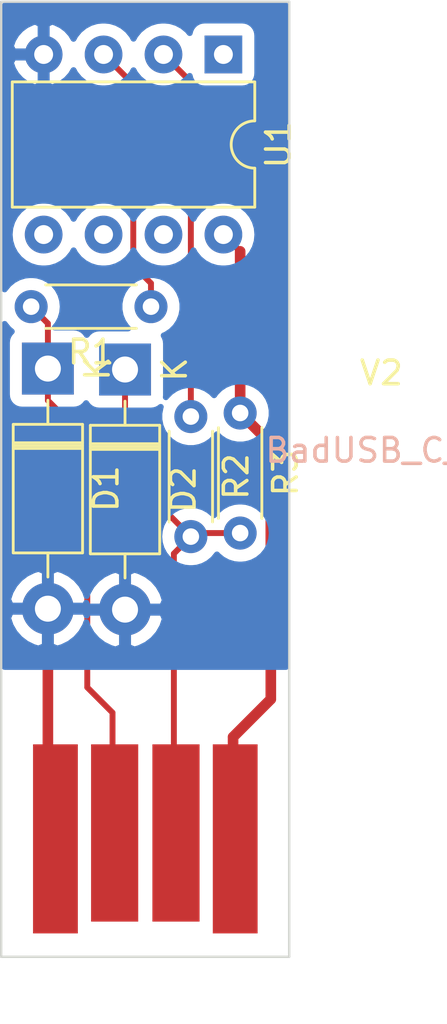
<source format=kicad_pcb>
(kicad_pcb (version 20171130) (host pcbnew 5.1.2-1.fc30)

  (general
    (thickness 1.6)
    (drawings 9)
    (tracks 28)
    (zones 0)
    (modules 7)
    (nets 7)
  )

  (page A4)
  (layers
    (0 F.Cu signal)
    (31 B.Cu signal)
    (32 B.Adhes user hide)
    (33 F.Adhes user hide)
    (34 B.Paste user hide)
    (35 F.Paste user hide)
    (36 B.SilkS user hide)
    (37 F.SilkS user hide)
    (38 B.Mask user hide)
    (39 F.Mask user hide)
    (40 Dwgs.User user)
    (41 Cmts.User user)
    (42 Eco1.User user)
    (43 Eco2.User user)
    (44 Edge.Cuts user)
    (45 Margin user)
    (46 B.CrtYd user)
    (47 F.CrtYd user)
    (48 B.Fab user)
    (49 F.Fab user hide)
  )

  (setup
    (last_trace_width 0.25)
    (trace_clearance 0.2)
    (zone_clearance 0.508)
    (zone_45_only no)
    (trace_min 0.2)
    (via_size 0.8)
    (via_drill 0.4)
    (via_min_size 0.4)
    (via_min_drill 0.3)
    (uvia_size 0.3)
    (uvia_drill 0.1)
    (uvias_allowed no)
    (uvia_min_size 0.2)
    (uvia_min_drill 0.1)
    (edge_width 0.05)
    (segment_width 0.2)
    (pcb_text_width 0.3)
    (pcb_text_size 1.5 1.5)
    (mod_edge_width 0.12)
    (mod_text_size 1 1)
    (mod_text_width 0.15)
    (pad_size 1.524 1.524)
    (pad_drill 0.762)
    (pad_to_mask_clearance 0.051)
    (solder_mask_min_width 0.25)
    (aux_axis_origin 0 0)
    (visible_elements 7FFFFFFF)
    (pcbplotparams
      (layerselection 0x010fc_ffffffff)
      (usegerberextensions true)
      (usegerberattributes false)
      (usegerberadvancedattributes false)
      (creategerberjobfile true)
      (excludeedgelayer true)
      (linewidth 0.100000)
      (plotframeref false)
      (viasonmask false)
      (mode 1)
      (useauxorigin false)
      (hpglpennumber 1)
      (hpglpenspeed 20)
      (hpglpendiameter 15.000000)
      (psnegative false)
      (psa4output false)
      (plotreference true)
      (plotvalue true)
      (plotinvisibletext false)
      (padsonsilk false)
      (subtractmaskfromsilk false)
      (outputformat 1)
      (mirror false)
      (drillshape 0)
      (scaleselection 1)
      (outputdirectory ""))
  )

  (net 0 "")
  (net 1 +D)
  (net 2 -D)
  (net 3 GND)
  (net 4 +V)
  (net 5 "Net-(R1-Pad1)")
  (net 6 "Net-(R2-Pad1)")

  (net_class Default "Esta es la clase de red por defecto."
    (clearance 0.2)
    (trace_width 0.25)
    (via_dia 0.8)
    (via_drill 0.4)
    (uvia_dia 0.3)
    (uvia_drill 0.1)
    (add_net +D)
    (add_net +V)
    (add_net -D)
    (add_net GND)
    (add_net "Net-(D2-Pad2)")
    (add_net "Net-(R1-Pad1)")
    (add_net "Net-(R2-Pad1)")
    (add_net "Net-(U1-Pad1)")
    (add_net "Net-(U1-Pad5)")
    (add_net "Net-(U1-Pad6)")
    (add_net "Net-(U1-Pad7)")
  )

  (module rev_usb:usb-PCB (layer F.Cu) (tedit 542BB0AF) (tstamp 5CF6EAD0)
    (at 82.32 70.64)
    (path /5CF6A0EE)
    (attr virtual)
    (fp_text reference J1 (at 0.13 -7.85) (layer F.SilkS) hide
      (effects (font (size 1.5 1.5) (thickness 0.15)))
    )
    (fp_text value USB_A (at 0.29 -10.13) (layer F.SilkS) hide
      (effects (font (size 1.5 1.5) (thickness 0.15)))
    )
    (fp_line (start -6.03 0) (end -6.03 -12) (layer Dwgs.User) (width 0.15))
    (fp_line (start 6.03 0) (end -6.03 0) (layer Dwgs.User) (width 0.15))
    (fp_line (start 6.03 0) (end 6.03 -12) (layer Dwgs.User) (width 0.15))
    (pad 2 connect rect (at 1.3 -5.15) (size 2 7.5) (layers F.Cu F.Mask)
      (net 2 -D))
    (pad 3 connect rect (at -1.3 -5.15) (size 2 7.5) (layers F.Cu F.Mask)
      (net 1 +D))
    (pad 4 connect rect (at -3.81 -4.9) (size 1.9 8) (layers F.Cu F.Mask)
      (net 3 GND))
    (pad 1 connect rect (at 3.81 -4.9) (size 1.9 8) (layers F.Cu F.Mask)
      (net 4 +V))
  )

  (module Resistor_THT:R_Axial_DIN0204_L3.6mm_D1.6mm_P5.08mm_Horizontal (layer F.Cu) (tedit 5AE5139B) (tstamp 5CF71289)
    (at 82.56 43.22 180)
    (descr "Resistor, Axial_DIN0204 series, Axial, Horizontal, pin pitch=5.08mm, 0.167W, length*diameter=3.6*1.6mm^2, http://cdn-reichelt.de/documents/datenblatt/B400/1_4W%23YAG.pdf")
    (tags "Resistor Axial_DIN0204 series Axial Horizontal pin pitch 5.08mm 0.167W length 3.6mm diameter 1.6mm")
    (path /5CF65D1A)
    (fp_text reference R1 (at 2.54 -1.92) (layer F.SilkS)
      (effects (font (size 1 1) (thickness 0.15)))
    )
    (fp_text value 68R (at 2.54 1.92) (layer F.Fab)
      (effects (font (size 1 1) (thickness 0.15)))
    )
    (fp_text user %R (at 2.54 0) (layer F.Fab)
      (effects (font (size 0.72 0.72) (thickness 0.108)))
    )
    (fp_line (start 6.03 -1.05) (end -0.95 -1.05) (layer F.CrtYd) (width 0.05))
    (fp_line (start 6.03 1.05) (end 6.03 -1.05) (layer F.CrtYd) (width 0.05))
    (fp_line (start -0.95 1.05) (end 6.03 1.05) (layer F.CrtYd) (width 0.05))
    (fp_line (start -0.95 -1.05) (end -0.95 1.05) (layer F.CrtYd) (width 0.05))
    (fp_line (start 0.62 0.92) (end 4.46 0.92) (layer F.SilkS) (width 0.12))
    (fp_line (start 0.62 -0.92) (end 4.46 -0.92) (layer F.SilkS) (width 0.12))
    (fp_line (start 5.08 0) (end 4.34 0) (layer F.Fab) (width 0.1))
    (fp_line (start 0 0) (end 0.74 0) (layer F.Fab) (width 0.1))
    (fp_line (start 4.34 -0.8) (end 0.74 -0.8) (layer F.Fab) (width 0.1))
    (fp_line (start 4.34 0.8) (end 4.34 -0.8) (layer F.Fab) (width 0.1))
    (fp_line (start 0.74 0.8) (end 4.34 0.8) (layer F.Fab) (width 0.1))
    (fp_line (start 0.74 -0.8) (end 0.74 0.8) (layer F.Fab) (width 0.1))
    (pad 2 thru_hole oval (at 5.08 0 180) (size 1.4 1.4) (drill 0.7) (layers *.Cu *.Mask)
      (net 1 +D))
    (pad 1 thru_hole circle (at 0 0 180) (size 1.4 1.4) (drill 0.7) (layers *.Cu *.Mask)
      (net 5 "Net-(R1-Pad1)"))
    (model ${KISYS3DMOD}/Resistor_THT.3dshapes/R_Axial_DIN0204_L3.6mm_D1.6mm_P5.08mm_Horizontal.wrl
      (at (xyz 0 0 0))
      (scale (xyz 1 1 1))
      (rotate (xyz 0 0 0))
    )
  )

  (module Resistor_THT:R_Axial_DIN0204_L3.6mm_D1.6mm_P5.08mm_Horizontal (layer F.Cu) (tedit 5AE5139B) (tstamp 5CF712B3)
    (at 84.25 47.87 270)
    (descr "Resistor, Axial_DIN0204 series, Axial, Horizontal, pin pitch=5.08mm, 0.167W, length*diameter=3.6*1.6mm^2, http://cdn-reichelt.de/documents/datenblatt/B400/1_4W%23YAG.pdf")
    (tags "Resistor Axial_DIN0204 series Axial Horizontal pin pitch 5.08mm 0.167W length 3.6mm diameter 1.6mm")
    (path /5CF668C7)
    (fp_text reference R2 (at 2.54 -1.92 270) (layer F.SilkS)
      (effects (font (size 1 1) (thickness 0.15)))
    )
    (fp_text value 68R (at 2.54 1.92 270) (layer F.Fab)
      (effects (font (size 1 1) (thickness 0.15)))
    )
    (fp_text user %R (at 2.54 0 270) (layer F.Fab)
      (effects (font (size 0.72 0.72) (thickness 0.108)))
    )
    (fp_line (start 6.03 -1.05) (end -0.95 -1.05) (layer F.CrtYd) (width 0.05))
    (fp_line (start 6.03 1.05) (end 6.03 -1.05) (layer F.CrtYd) (width 0.05))
    (fp_line (start -0.95 1.05) (end 6.03 1.05) (layer F.CrtYd) (width 0.05))
    (fp_line (start -0.95 -1.05) (end -0.95 1.05) (layer F.CrtYd) (width 0.05))
    (fp_line (start 0.62 0.92) (end 4.46 0.92) (layer F.SilkS) (width 0.12))
    (fp_line (start 0.62 -0.92) (end 4.46 -0.92) (layer F.SilkS) (width 0.12))
    (fp_line (start 5.08 0) (end 4.34 0) (layer F.Fab) (width 0.1))
    (fp_line (start 0 0) (end 0.74 0) (layer F.Fab) (width 0.1))
    (fp_line (start 4.34 -0.8) (end 0.74 -0.8) (layer F.Fab) (width 0.1))
    (fp_line (start 4.34 0.8) (end 4.34 -0.8) (layer F.Fab) (width 0.1))
    (fp_line (start 0.74 0.8) (end 4.34 0.8) (layer F.Fab) (width 0.1))
    (fp_line (start 0.74 -0.8) (end 0.74 0.8) (layer F.Fab) (width 0.1))
    (pad 2 thru_hole oval (at 5.08 0 270) (size 1.4 1.4) (drill 0.7) (layers *.Cu *.Mask)
      (net 2 -D))
    (pad 1 thru_hole circle (at 0 0 270) (size 1.4 1.4) (drill 0.7) (layers *.Cu *.Mask)
      (net 6 "Net-(R2-Pad1)"))
    (model ${KISYS3DMOD}/Resistor_THT.3dshapes/R_Axial_DIN0204_L3.6mm_D1.6mm_P5.08mm_Horizontal.wrl
      (at (xyz 0 0 0))
      (scale (xyz 1 1 1))
      (rotate (xyz 0 0 0))
    )
  )

  (module Resistor_THT:R_Axial_DIN0204_L3.6mm_D1.6mm_P5.08mm_Horizontal (layer F.Cu) (tedit 5AE5139B) (tstamp 5CF712DD)
    (at 86.34 47.72 270)
    (descr "Resistor, Axial_DIN0204 series, Axial, Horizontal, pin pitch=5.08mm, 0.167W, length*diameter=3.6*1.6mm^2, http://cdn-reichelt.de/documents/datenblatt/B400/1_4W%23YAG.pdf")
    (tags "Resistor Axial_DIN0204 series Axial Horizontal pin pitch 5.08mm 0.167W length 3.6mm diameter 1.6mm")
    (path /5CF6978E)
    (fp_text reference R3 (at 2.54 -1.92 270) (layer F.SilkS)
      (effects (font (size 1 1) (thickness 0.15)))
    )
    (fp_text value 1K5 (at 2.54 1.92 270) (layer F.Fab)
      (effects (font (size 1 1) (thickness 0.15)))
    )
    (fp_text user %R (at 2.54 0 270) (layer F.Fab)
      (effects (font (size 0.72 0.72) (thickness 0.108)))
    )
    (fp_line (start 6.03 -1.05) (end -0.95 -1.05) (layer F.CrtYd) (width 0.05))
    (fp_line (start 6.03 1.05) (end 6.03 -1.05) (layer F.CrtYd) (width 0.05))
    (fp_line (start -0.95 1.05) (end 6.03 1.05) (layer F.CrtYd) (width 0.05))
    (fp_line (start -0.95 -1.05) (end -0.95 1.05) (layer F.CrtYd) (width 0.05))
    (fp_line (start 0.62 0.92) (end 4.46 0.92) (layer F.SilkS) (width 0.12))
    (fp_line (start 0.62 -0.92) (end 4.46 -0.92) (layer F.SilkS) (width 0.12))
    (fp_line (start 5.08 0) (end 4.34 0) (layer F.Fab) (width 0.1))
    (fp_line (start 0 0) (end 0.74 0) (layer F.Fab) (width 0.1))
    (fp_line (start 4.34 -0.8) (end 0.74 -0.8) (layer F.Fab) (width 0.1))
    (fp_line (start 4.34 0.8) (end 4.34 -0.8) (layer F.Fab) (width 0.1))
    (fp_line (start 0.74 0.8) (end 4.34 0.8) (layer F.Fab) (width 0.1))
    (fp_line (start 0.74 -0.8) (end 0.74 0.8) (layer F.Fab) (width 0.1))
    (pad 2 thru_hole oval (at 5.08 0 270) (size 1.4 1.4) (drill 0.7) (layers *.Cu *.Mask)
      (net 2 -D))
    (pad 1 thru_hole circle (at 0 0 270) (size 1.4 1.4) (drill 0.7) (layers *.Cu *.Mask)
      (net 4 +V))
    (model ${KISYS3DMOD}/Resistor_THT.3dshapes/R_Axial_DIN0204_L3.6mm_D1.6mm_P5.08mm_Horizontal.wrl
      (at (xyz 0 0 0))
      (scale (xyz 1 1 1))
      (rotate (xyz 0 0 0))
    )
  )

  (module Diode_THT:D_DO-41_SOD81_P10.16mm_Horizontal (layer F.Cu) (tedit 5AE50CD5) (tstamp 5CF71388)
    (at 78.19 45.84 270)
    (descr "Diode, DO-41_SOD81 series, Axial, Horizontal, pin pitch=10.16mm, , length*diameter=5.2*2.7mm^2, , http://www.diodes.com/_files/packages/DO-41%20(Plastic).pdf")
    (tags "Diode DO-41_SOD81 series Axial Horizontal pin pitch 10.16mm  length 5.2mm diameter 2.7mm")
    (path /5D2D7F02)
    (fp_text reference D1 (at 5.08 -2.47 270) (layer F.SilkS)
      (effects (font (size 1 1) (thickness 0.15)))
    )
    (fp_text value 1N4729A (at 5.08 2.47 270) (layer F.Fab)
      (effects (font (size 1 1) (thickness 0.15)))
    )
    (fp_text user K (at 0 -2.1 270) (layer F.SilkS)
      (effects (font (size 1 1) (thickness 0.15)))
    )
    (fp_text user K (at 0 -2.1 270) (layer F.Fab)
      (effects (font (size 1 1) (thickness 0.15)))
    )
    (fp_text user %R (at 5.47 0 270) (layer F.Fab)
      (effects (font (size 1 1) (thickness 0.15)))
    )
    (fp_line (start 11.51 -1.6) (end -1.35 -1.6) (layer F.CrtYd) (width 0.05))
    (fp_line (start 11.51 1.6) (end 11.51 -1.6) (layer F.CrtYd) (width 0.05))
    (fp_line (start -1.35 1.6) (end 11.51 1.6) (layer F.CrtYd) (width 0.05))
    (fp_line (start -1.35 -1.6) (end -1.35 1.6) (layer F.CrtYd) (width 0.05))
    (fp_line (start 3.14 -1.47) (end 3.14 1.47) (layer F.SilkS) (width 0.12))
    (fp_line (start 3.38 -1.47) (end 3.38 1.47) (layer F.SilkS) (width 0.12))
    (fp_line (start 3.26 -1.47) (end 3.26 1.47) (layer F.SilkS) (width 0.12))
    (fp_line (start 8.82 0) (end 7.8 0) (layer F.SilkS) (width 0.12))
    (fp_line (start 1.34 0) (end 2.36 0) (layer F.SilkS) (width 0.12))
    (fp_line (start 7.8 -1.47) (end 2.36 -1.47) (layer F.SilkS) (width 0.12))
    (fp_line (start 7.8 1.47) (end 7.8 -1.47) (layer F.SilkS) (width 0.12))
    (fp_line (start 2.36 1.47) (end 7.8 1.47) (layer F.SilkS) (width 0.12))
    (fp_line (start 2.36 -1.47) (end 2.36 1.47) (layer F.SilkS) (width 0.12))
    (fp_line (start 3.16 -1.35) (end 3.16 1.35) (layer F.Fab) (width 0.1))
    (fp_line (start 3.36 -1.35) (end 3.36 1.35) (layer F.Fab) (width 0.1))
    (fp_line (start 3.26 -1.35) (end 3.26 1.35) (layer F.Fab) (width 0.1))
    (fp_line (start 10.16 0) (end 7.68 0) (layer F.Fab) (width 0.1))
    (fp_line (start 0 0) (end 2.48 0) (layer F.Fab) (width 0.1))
    (fp_line (start 7.68 -1.35) (end 2.48 -1.35) (layer F.Fab) (width 0.1))
    (fp_line (start 7.68 1.35) (end 7.68 -1.35) (layer F.Fab) (width 0.1))
    (fp_line (start 2.48 1.35) (end 7.68 1.35) (layer F.Fab) (width 0.1))
    (fp_line (start 2.48 -1.35) (end 2.48 1.35) (layer F.Fab) (width 0.1))
    (pad 2 thru_hole oval (at 10.16 0 270) (size 2.2 2.2) (drill 1.1) (layers *.Cu *.Mask)
      (net 3 GND))
    (pad 1 thru_hole rect (at 0 0 270) (size 2.2 2.2) (drill 1.1) (layers *.Cu *.Mask)
      (net 1 +D))
    (model ${KISYS3DMOD}/Diode_THT.3dshapes/D_DO-41_SOD81_P10.16mm_Horizontal.wrl
      (at (xyz 0 0 0))
      (scale (xyz 1 1 1))
      (rotate (xyz 0 0 0))
    )
  )

  (module Package_DIP:DIP-8_W7.62mm (layer F.Cu) (tedit 5A02E8C5) (tstamp 5CF713CC)
    (at 85.63 32.55 270)
    (descr "8-lead though-hole mounted DIP package, row spacing 7.62 mm (300 mils)")
    (tags "THT DIP DIL PDIP 2.54mm 7.62mm 300mil")
    (path /5CF64834)
    (fp_text reference U1 (at 3.81 -2.33 90) (layer F.SilkS)
      (effects (font (size 1 1) (thickness 0.15)))
    )
    (fp_text value ATtiny85V-10SU (at 3.81 9.95 90) (layer F.Fab)
      (effects (font (size 1 1) (thickness 0.15)))
    )
    (fp_text user %R (at 3.81 3.81 90) (layer F.Fab)
      (effects (font (size 1 1) (thickness 0.15)))
    )
    (fp_line (start 8.7 -1.55) (end -1.1 -1.55) (layer F.CrtYd) (width 0.05))
    (fp_line (start 8.7 9.15) (end 8.7 -1.55) (layer F.CrtYd) (width 0.05))
    (fp_line (start -1.1 9.15) (end 8.7 9.15) (layer F.CrtYd) (width 0.05))
    (fp_line (start -1.1 -1.55) (end -1.1 9.15) (layer F.CrtYd) (width 0.05))
    (fp_line (start 6.46 -1.33) (end 4.81 -1.33) (layer F.SilkS) (width 0.12))
    (fp_line (start 6.46 8.95) (end 6.46 -1.33) (layer F.SilkS) (width 0.12))
    (fp_line (start 1.16 8.95) (end 6.46 8.95) (layer F.SilkS) (width 0.12))
    (fp_line (start 1.16 -1.33) (end 1.16 8.95) (layer F.SilkS) (width 0.12))
    (fp_line (start 2.81 -1.33) (end 1.16 -1.33) (layer F.SilkS) (width 0.12))
    (fp_line (start 0.635 -0.27) (end 1.635 -1.27) (layer F.Fab) (width 0.1))
    (fp_line (start 0.635 8.89) (end 0.635 -0.27) (layer F.Fab) (width 0.1))
    (fp_line (start 6.985 8.89) (end 0.635 8.89) (layer F.Fab) (width 0.1))
    (fp_line (start 6.985 -1.27) (end 6.985 8.89) (layer F.Fab) (width 0.1))
    (fp_line (start 1.635 -1.27) (end 6.985 -1.27) (layer F.Fab) (width 0.1))
    (fp_arc (start 3.81 -1.33) (end 2.81 -1.33) (angle -180) (layer F.SilkS) (width 0.12))
    (pad 8 thru_hole oval (at 7.62 0 270) (size 1.6 1.6) (drill 0.8) (layers *.Cu *.Mask)
      (net 4 +V))
    (pad 4 thru_hole oval (at 0 7.62 270) (size 1.6 1.6) (drill 0.8) (layers *.Cu *.Mask)
      (net 3 GND))
    (pad 7 thru_hole oval (at 7.62 2.54 270) (size 1.6 1.6) (drill 0.8) (layers *.Cu *.Mask))
    (pad 3 thru_hole oval (at 0 5.08 270) (size 1.6 1.6) (drill 0.8) (layers *.Cu *.Mask)
      (net 5 "Net-(R1-Pad1)"))
    (pad 6 thru_hole oval (at 7.62 5.08 270) (size 1.6 1.6) (drill 0.8) (layers *.Cu *.Mask))
    (pad 2 thru_hole oval (at 0 2.54 270) (size 1.6 1.6) (drill 0.8) (layers *.Cu *.Mask)
      (net 6 "Net-(R2-Pad1)"))
    (pad 5 thru_hole oval (at 7.62 7.62 270) (size 1.6 1.6) (drill 0.8) (layers *.Cu *.Mask))
    (pad 1 thru_hole rect (at 0 0 270) (size 1.6 1.6) (drill 0.8) (layers *.Cu *.Mask))
    (model ${KISYS3DMOD}/Package_DIP.3dshapes/DIP-8_W7.62mm.wrl
      (at (xyz 0 0 0))
      (scale (xyz 1 1 1))
      (rotate (xyz 0 0 0))
    )
  )

  (module Diode_THT:D_DO-41_SOD81_P10.16mm_Horizontal (layer F.Cu) (tedit 5AE50CD5) (tstamp 5D2BA72B)
    (at 81.46 45.88 270)
    (descr "Diode, DO-41_SOD81 series, Axial, Horizontal, pin pitch=10.16mm, , length*diameter=5.2*2.7mm^2, , http://www.diodes.com/_files/packages/DO-41%20(Plastic).pdf")
    (tags "Diode DO-41_SOD81 series Axial Horizontal pin pitch 10.16mm  length 5.2mm diameter 2.7mm")
    (path /5D2D91D8)
    (fp_text reference D2 (at 5.08 -2.47 90) (layer F.SilkS)
      (effects (font (size 1 1) (thickness 0.15)))
    )
    (fp_text value 1N4729A (at 5.08 2.47 90) (layer F.Fab)
      (effects (font (size 1 1) (thickness 0.15)))
    )
    (fp_text user K (at 0 -2.1 90) (layer F.SilkS)
      (effects (font (size 1 1) (thickness 0.15)))
    )
    (fp_text user K (at 0 -2.1 90) (layer F.Fab)
      (effects (font (size 1 1) (thickness 0.15)))
    )
    (fp_text user %R (at 5.47 0 90) (layer F.Fab)
      (effects (font (size 1 1) (thickness 0.15)))
    )
    (fp_line (start 11.51 -1.6) (end -1.35 -1.6) (layer F.CrtYd) (width 0.05))
    (fp_line (start 11.51 1.6) (end 11.51 -1.6) (layer F.CrtYd) (width 0.05))
    (fp_line (start -1.35 1.6) (end 11.51 1.6) (layer F.CrtYd) (width 0.05))
    (fp_line (start -1.35 -1.6) (end -1.35 1.6) (layer F.CrtYd) (width 0.05))
    (fp_line (start 3.14 -1.47) (end 3.14 1.47) (layer F.SilkS) (width 0.12))
    (fp_line (start 3.38 -1.47) (end 3.38 1.47) (layer F.SilkS) (width 0.12))
    (fp_line (start 3.26 -1.47) (end 3.26 1.47) (layer F.SilkS) (width 0.12))
    (fp_line (start 8.82 0) (end 7.8 0) (layer F.SilkS) (width 0.12))
    (fp_line (start 1.34 0) (end 2.36 0) (layer F.SilkS) (width 0.12))
    (fp_line (start 7.8 -1.47) (end 2.36 -1.47) (layer F.SilkS) (width 0.12))
    (fp_line (start 7.8 1.47) (end 7.8 -1.47) (layer F.SilkS) (width 0.12))
    (fp_line (start 2.36 1.47) (end 7.8 1.47) (layer F.SilkS) (width 0.12))
    (fp_line (start 2.36 -1.47) (end 2.36 1.47) (layer F.SilkS) (width 0.12))
    (fp_line (start 3.16 -1.35) (end 3.16 1.35) (layer F.Fab) (width 0.1))
    (fp_line (start 3.36 -1.35) (end 3.36 1.35) (layer F.Fab) (width 0.1))
    (fp_line (start 3.26 -1.35) (end 3.26 1.35) (layer F.Fab) (width 0.1))
    (fp_line (start 10.16 0) (end 7.68 0) (layer F.Fab) (width 0.1))
    (fp_line (start 0 0) (end 2.48 0) (layer F.Fab) (width 0.1))
    (fp_line (start 7.68 -1.35) (end 2.48 -1.35) (layer F.Fab) (width 0.1))
    (fp_line (start 7.68 1.35) (end 7.68 -1.35) (layer F.Fab) (width 0.1))
    (fp_line (start 2.48 1.35) (end 7.68 1.35) (layer F.Fab) (width 0.1))
    (fp_line (start 2.48 -1.35) (end 2.48 1.35) (layer F.Fab) (width 0.1))
    (pad 2 thru_hole oval (at 10.16 0 270) (size 2.2 2.2) (drill 1.1) (layers *.Cu *.Mask)
      (net 3 GND))
    (pad 1 thru_hole rect (at 0 0 270) (size 2.2 2.2) (drill 1.1) (layers *.Cu *.Mask)
      (net 2 -D))
    (model ${KISYS3DMOD}/Diode_THT.3dshapes/D_DO-41_SOD81_P10.16mm_Horizontal.wrl
      (at (xyz 0 0 0))
      (scale (xyz 1 1 1))
      (rotate (xyz 0 0 0))
    )
  )

  (gr_line (start 88.42 70.73) (end 88.42 70.72) (layer Edge.Cuts) (width 0.1))
  (gr_line (start 76.21 70.73) (end 88.42 70.73) (layer Edge.Cuts) (width 0.1))
  (gr_line (start 76.21 30.32) (end 76.21 70.73) (layer Edge.Cuts) (width 0.1))
  (gr_line (start 88.42 30.32) (end 76.21 30.32) (layer Edge.Cuts) (width 0.1))
  (gr_line (start 88.42 70.72) (end 88.42 30.32) (layer Edge.Cuts) (width 0.1))
  (dimension 12.102032 (width 0.15) (layer B.Fab)
    (gr_text "12,102 mm" (at 82.349283 74.205991 0.1325631271) (layer B.Fab)
      (effects (font (size 1 1) (thickness 0.15)))
    )
    (feature1 (pts (xy 88.392 70.612) (xy 88.398632 73.478413)))
    (feature2 (pts (xy 76.29 70.64) (xy 76.296632 73.506413)))
    (crossbar (pts (xy 76.295275 72.919994) (xy 88.397275 72.891994)))
    (arrow1a (pts (xy 88.397275 72.891994) (xy 87.272131 73.48102)))
    (arrow1b (pts (xy 88.397275 72.891994) (xy 87.269417 72.308181)))
    (arrow2a (pts (xy 76.295275 72.919994) (xy 77.423133 73.503807)))
    (arrow2b (pts (xy 76.295275 72.919994) (xy 77.420419 72.330968)))
  )
  (dimension 40.287622 (width 0.15) (layer B.Fab)
    (gr_text "40,288 mm" (at 93.759824 50.464824 89.98912895) (layer B.Fab)
      (effects (font (size 1 1) (thickness 0.15)))
    )
    (feature1 (pts (xy 88.42 30.32) (xy 93.050067 30.320878)))
    (feature2 (pts (xy 88.412356 70.607621) (xy 93.042423 70.608499)))
    (crossbar (pts (xy 92.456002 70.608388) (xy 92.463646 30.320767)))
    (arrow1a (pts (xy 92.463646 30.320767) (xy 93.049853 31.447382)))
    (arrow1b (pts (xy 92.463646 30.320767) (xy 91.877012 31.447159)))
    (arrow2a (pts (xy 92.456002 70.608388) (xy 93.042636 69.481996)))
    (arrow2b (pts (xy 92.456002 70.608388) (xy 91.869795 69.481773)))
  )
  (gr_text BadUSB_C_v2 (at 92.44 49.3) (layer B.SilkS)
    (effects (font (size 1 1) (thickness 0.15)))
  )
  (gr_text V2 (at 92.325 46.025) (layer F.SilkS)
    (effects (font (size 1 1) (thickness 0.15)))
  )

  (segment (start 80.93 65.43) (end 80.93 60.4) (width 0.25) (layer F.Cu) (net 1))
  (segment (start 80.93 60.4) (end 79.86 59.33) (width 0.25) (layer F.Cu) (net 1))
  (segment (start 78.19 47.19) (end 78.19 45.84) (width 0.25) (layer F.Cu) (net 1))
  (segment (start 79.86 48.86) (end 78.19 47.19) (width 0.25) (layer F.Cu) (net 1))
  (segment (start 79.86 59.33) (end 79.86 48.86) (width 0.25) (layer F.Cu) (net 1))
  (segment (start 78.19 43.93) (end 77.48 43.22) (width 0.25) (layer F.Cu) (net 1))
  (segment (start 78.19 45.84) (end 78.19 43.93) (width 0.25) (layer F.Cu) (net 1))
  (segment (start 84.4 52.8) (end 84.25 52.95) (width 0.25) (layer F.Cu) (net 2))
  (segment (start 86.34 52.8) (end 84.4 52.8) (width 0.25) (layer F.Cu) (net 2))
  (segment (start 83.53 53.67) (end 83.53 65.43) (width 0.25) (layer F.Cu) (net 2))
  (segment (start 84.25 52.95) (end 83.53 53.67) (width 0.25) (layer F.Cu) (net 2))
  (segment (start 81.46 50.16) (end 81.46 45.88) (width 0.25) (layer F.Cu) (net 2))
  (segment (start 84.25 52.95) (end 81.46 50.16) (width 0.25) (layer F.Cu) (net 2))
  (segment (start 81.42 56) (end 81.46 56.04) (width 0.25) (layer F.Cu) (net 3))
  (segment (start 78.19 65.45) (end 78.42 65.68) (width 0.25) (layer F.Cu) (net 3))
  (segment (start 78.19 56) (end 78.19 65.45) (width 0.45) (layer F.Cu) (net 3))
  (segment (start 86.04 61.43) (end 87.64 59.83) (width 0.45) (layer F.Cu) (net 4))
  (segment (start 86.04 65.68) (end 86.04 61.43) (width 0.45) (layer F.Cu) (net 4))
  (segment (start 87.64 49.02) (end 86.34 47.72) (width 0.45) (layer F.Cu) (net 4))
  (segment (start 87.64 59.83) (end 87.64 49.02) (width 0.45) (layer F.Cu) (net 4))
  (segment (start 86.34 40.88) (end 85.63 40.17) (width 0.25) (layer F.Cu) (net 4))
  (segment (start 86.34 47.72) (end 86.34 40.88) (width 0.45) (layer F.Cu) (net 4))
  (segment (start 81.81 41.480051) (end 81.81 33.81) (width 0.25) (layer F.Cu) (net 5))
  (segment (start 81.81 33.81) (end 80.55 32.55) (width 0.25) (layer F.Cu) (net 5))
  (segment (start 82.56 43.22) (end 82.56 42.230051) (width 0.25) (layer F.Cu) (net 5))
  (segment (start 82.56 42.230051) (end 81.81 41.480051) (width 0.25) (layer F.Cu) (net 5))
  (segment (start 84.25 33.71) (end 83.09 32.55) (width 0.25) (layer F.Cu) (net 6))
  (segment (start 84.25 47.87) (end 84.25 33.71) (width 0.25) (layer F.Cu) (net 6))

  (zone (net 3) (net_name GND) (layer B.Cu) (tstamp 0) (hatch edge 0.508)
    (connect_pads (clearance 0.508))
    (min_thickness 0.254)
    (fill yes (arc_segments 32) (thermal_gap 0.508) (thermal_bridge_width 0.508))
    (polygon
      (pts
        (xy 76.23 58.66) (xy 76.23 30.36) (xy 87.49 30.36) (xy 88.02 30.36) (xy 88.41 30.36)
        (xy 88.41 58.59) (xy 76.26 58.59) (xy 76.25 58.69)
      )
    )
    (filled_polygon
      (pts
        (xy 88.283 58.463) (xy 76.357 58.463) (xy 76.357 56.396123) (xy 76.500821 56.396123) (xy 76.610558 56.718054)
        (xy 76.780992 57.012391) (xy 77.005573 57.267822) (xy 77.275671 57.474531) (xy 77.580906 57.624575) (xy 77.793878 57.689175)
        (xy 78.063 57.571125) (xy 78.063 56.127) (xy 78.317 56.127) (xy 78.317 57.571125) (xy 78.586122 57.689175)
        (xy 78.799094 57.624575) (xy 79.104329 57.474531) (xy 79.374427 57.267822) (xy 79.599008 57.012391) (xy 79.769442 56.718054)
        (xy 79.818183 56.575066) (xy 79.880558 56.758054) (xy 80.050992 57.052391) (xy 80.275573 57.307822) (xy 80.545671 57.514531)
        (xy 80.850906 57.664575) (xy 81.063878 57.729175) (xy 81.333 57.611125) (xy 81.333 56.167) (xy 81.587 56.167)
        (xy 81.587 57.611125) (xy 81.856122 57.729175) (xy 82.069094 57.664575) (xy 82.374329 57.514531) (xy 82.644427 57.307822)
        (xy 82.869008 57.052391) (xy 83.039442 56.758054) (xy 83.149179 56.436123) (xy 83.0316 56.167) (xy 81.587 56.167)
        (xy 81.333 56.167) (xy 79.8884 56.167) (xy 79.833738 56.292114) (xy 79.7616 56.127) (xy 78.317 56.127)
        (xy 78.063 56.127) (xy 76.6184 56.127) (xy 76.500821 56.396123) (xy 76.357 56.396123) (xy 76.357 55.603877)
        (xy 76.500821 55.603877) (xy 76.6184 55.873) (xy 78.063 55.873) (xy 78.063 54.428875) (xy 78.317 54.428875)
        (xy 78.317 55.873) (xy 79.7616 55.873) (xy 79.816262 55.747886) (xy 79.8884 55.913) (xy 81.333 55.913)
        (xy 81.333 54.468875) (xy 81.587 54.468875) (xy 81.587 55.913) (xy 83.0316 55.913) (xy 83.149179 55.643877)
        (xy 83.039442 55.321946) (xy 82.869008 55.027609) (xy 82.644427 54.772178) (xy 82.374329 54.565469) (xy 82.069094 54.415425)
        (xy 81.856122 54.350825) (xy 81.587 54.468875) (xy 81.333 54.468875) (xy 81.063878 54.350825) (xy 80.850906 54.415425)
        (xy 80.545671 54.565469) (xy 80.275573 54.772178) (xy 80.050992 55.027609) (xy 79.880558 55.321946) (xy 79.831817 55.464934)
        (xy 79.769442 55.281946) (xy 79.599008 54.987609) (xy 79.374427 54.732178) (xy 79.104329 54.525469) (xy 78.799094 54.375425)
        (xy 78.586122 54.310825) (xy 78.317 54.428875) (xy 78.063 54.428875) (xy 77.793878 54.310825) (xy 77.580906 54.375425)
        (xy 77.275671 54.525469) (xy 77.005573 54.732178) (xy 76.780992 54.987609) (xy 76.610558 55.281946) (xy 76.500821 55.603877)
        (xy 76.357 55.603877) (xy 76.357 52.95) (xy 82.908541 52.95) (xy 82.934317 53.211706) (xy 83.010653 53.463354)
        (xy 83.134618 53.695275) (xy 83.301445 53.898555) (xy 83.504725 54.065382) (xy 83.736646 54.189347) (xy 83.988294 54.265683)
        (xy 84.184421 54.285) (xy 84.315579 54.285) (xy 84.511706 54.265683) (xy 84.763354 54.189347) (xy 84.995275 54.065382)
        (xy 85.198555 53.898555) (xy 85.356551 53.706036) (xy 85.391445 53.748555) (xy 85.594725 53.915382) (xy 85.826646 54.039347)
        (xy 86.078294 54.115683) (xy 86.274421 54.135) (xy 86.405579 54.135) (xy 86.601706 54.115683) (xy 86.853354 54.039347)
        (xy 87.085275 53.915382) (xy 87.288555 53.748555) (xy 87.455382 53.545275) (xy 87.579347 53.313354) (xy 87.655683 53.061706)
        (xy 87.681459 52.8) (xy 87.655683 52.538294) (xy 87.579347 52.286646) (xy 87.455382 52.054725) (xy 87.288555 51.851445)
        (xy 87.085275 51.684618) (xy 86.853354 51.560653) (xy 86.601706 51.484317) (xy 86.405579 51.465) (xy 86.274421 51.465)
        (xy 86.078294 51.484317) (xy 85.826646 51.560653) (xy 85.594725 51.684618) (xy 85.391445 51.851445) (xy 85.233449 52.043964)
        (xy 85.198555 52.001445) (xy 84.995275 51.834618) (xy 84.763354 51.710653) (xy 84.511706 51.634317) (xy 84.315579 51.615)
        (xy 84.184421 51.615) (xy 83.988294 51.634317) (xy 83.736646 51.710653) (xy 83.504725 51.834618) (xy 83.301445 52.001445)
        (xy 83.134618 52.204725) (xy 83.010653 52.436646) (xy 82.934317 52.688294) (xy 82.908541 52.95) (xy 76.357 52.95)
        (xy 76.357 43.951023) (xy 76.364618 43.965275) (xy 76.531445 44.168555) (xy 76.658399 44.272743) (xy 76.638815 44.288815)
        (xy 76.559463 44.385506) (xy 76.500498 44.49582) (xy 76.464188 44.615518) (xy 76.451928 44.74) (xy 76.451928 46.94)
        (xy 76.464188 47.064482) (xy 76.500498 47.18418) (xy 76.559463 47.294494) (xy 76.638815 47.391185) (xy 76.735506 47.470537)
        (xy 76.84582 47.529502) (xy 76.965518 47.565812) (xy 77.09 47.578072) (xy 79.29 47.578072) (xy 79.414482 47.565812)
        (xy 79.53418 47.529502) (xy 79.644494 47.470537) (xy 79.741185 47.391185) (xy 79.812995 47.303684) (xy 79.829463 47.334494)
        (xy 79.908815 47.431185) (xy 80.005506 47.510537) (xy 80.11582 47.569502) (xy 80.235518 47.605812) (xy 80.36 47.618072)
        (xy 82.56 47.618072) (xy 82.684482 47.605812) (xy 82.80418 47.569502) (xy 82.914494 47.510537) (xy 82.974197 47.46154)
        (xy 82.966304 47.480595) (xy 82.915 47.738514) (xy 82.915 48.001486) (xy 82.966304 48.259405) (xy 83.066939 48.502359)
        (xy 83.213038 48.721013) (xy 83.398987 48.906962) (xy 83.617641 49.053061) (xy 83.860595 49.153696) (xy 84.118514 49.205)
        (xy 84.381486 49.205) (xy 84.639405 49.153696) (xy 84.882359 49.053061) (xy 85.101013 48.906962) (xy 85.286962 48.721013)
        (xy 85.353482 48.621457) (xy 85.488987 48.756962) (xy 85.707641 48.903061) (xy 85.950595 49.003696) (xy 86.208514 49.055)
        (xy 86.471486 49.055) (xy 86.729405 49.003696) (xy 86.972359 48.903061) (xy 87.191013 48.756962) (xy 87.376962 48.571013)
        (xy 87.523061 48.352359) (xy 87.623696 48.109405) (xy 87.675 47.851486) (xy 87.675 47.588514) (xy 87.623696 47.330595)
        (xy 87.523061 47.087641) (xy 87.376962 46.868987) (xy 87.191013 46.683038) (xy 86.972359 46.536939) (xy 86.729405 46.436304)
        (xy 86.471486 46.385) (xy 86.208514 46.385) (xy 85.950595 46.436304) (xy 85.707641 46.536939) (xy 85.488987 46.683038)
        (xy 85.303038 46.868987) (xy 85.236518 46.968543) (xy 85.101013 46.833038) (xy 84.882359 46.686939) (xy 84.639405 46.586304)
        (xy 84.381486 46.535) (xy 84.118514 46.535) (xy 83.860595 46.586304) (xy 83.617641 46.686939) (xy 83.398987 46.833038)
        (xy 83.213038 47.018987) (xy 83.190981 47.051998) (xy 83.198072 46.98) (xy 83.198072 44.78) (xy 83.185812 44.655518)
        (xy 83.149502 44.53582) (xy 83.099172 44.44166) (xy 83.192359 44.403061) (xy 83.411013 44.256962) (xy 83.596962 44.071013)
        (xy 83.743061 43.852359) (xy 83.843696 43.609405) (xy 83.895 43.351486) (xy 83.895 43.088514) (xy 83.843696 42.830595)
        (xy 83.743061 42.587641) (xy 83.596962 42.368987) (xy 83.411013 42.183038) (xy 83.192359 42.036939) (xy 82.949405 41.936304)
        (xy 82.691486 41.885) (xy 82.428514 41.885) (xy 82.170595 41.936304) (xy 81.927641 42.036939) (xy 81.708987 42.183038)
        (xy 81.523038 42.368987) (xy 81.376939 42.587641) (xy 81.276304 42.830595) (xy 81.225 43.088514) (xy 81.225 43.351486)
        (xy 81.276304 43.609405) (xy 81.376939 43.852359) (xy 81.523038 44.071013) (xy 81.593953 44.141928) (xy 80.36 44.141928)
        (xy 80.235518 44.154188) (xy 80.11582 44.190498) (xy 80.005506 44.249463) (xy 79.908815 44.328815) (xy 79.837005 44.416316)
        (xy 79.820537 44.385506) (xy 79.741185 44.288815) (xy 79.644494 44.209463) (xy 79.53418 44.150498) (xy 79.414482 44.114188)
        (xy 79.29 44.101928) (xy 78.483234 44.101928) (xy 78.595382 43.965275) (xy 78.719347 43.733354) (xy 78.795683 43.481706)
        (xy 78.821459 43.22) (xy 78.795683 42.958294) (xy 78.719347 42.706646) (xy 78.595382 42.474725) (xy 78.428555 42.271445)
        (xy 78.225275 42.104618) (xy 77.993354 41.980653) (xy 77.741706 41.904317) (xy 77.545579 41.885) (xy 77.414421 41.885)
        (xy 77.218294 41.904317) (xy 76.966646 41.980653) (xy 76.734725 42.104618) (xy 76.531445 42.271445) (xy 76.364618 42.474725)
        (xy 76.357 42.488977) (xy 76.357 40.17) (xy 76.568057 40.17) (xy 76.595764 40.451309) (xy 76.677818 40.721808)
        (xy 76.811068 40.971101) (xy 76.990392 41.189608) (xy 77.208899 41.368932) (xy 77.458192 41.502182) (xy 77.728691 41.584236)
        (xy 77.939508 41.605) (xy 78.080492 41.605) (xy 78.291309 41.584236) (xy 78.561808 41.502182) (xy 78.811101 41.368932)
        (xy 79.029608 41.189608) (xy 79.208932 40.971101) (xy 79.28 40.838142) (xy 79.351068 40.971101) (xy 79.530392 41.189608)
        (xy 79.748899 41.368932) (xy 79.998192 41.502182) (xy 80.268691 41.584236) (xy 80.479508 41.605) (xy 80.620492 41.605)
        (xy 80.831309 41.584236) (xy 81.101808 41.502182) (xy 81.351101 41.368932) (xy 81.569608 41.189608) (xy 81.748932 40.971101)
        (xy 81.82 40.838142) (xy 81.891068 40.971101) (xy 82.070392 41.189608) (xy 82.288899 41.368932) (xy 82.538192 41.502182)
        (xy 82.808691 41.584236) (xy 83.019508 41.605) (xy 83.160492 41.605) (xy 83.371309 41.584236) (xy 83.641808 41.502182)
        (xy 83.891101 41.368932) (xy 84.109608 41.189608) (xy 84.288932 40.971101) (xy 84.36 40.838142) (xy 84.431068 40.971101)
        (xy 84.610392 41.189608) (xy 84.828899 41.368932) (xy 85.078192 41.502182) (xy 85.348691 41.584236) (xy 85.559508 41.605)
        (xy 85.700492 41.605) (xy 85.911309 41.584236) (xy 86.181808 41.502182) (xy 86.431101 41.368932) (xy 86.649608 41.189608)
        (xy 86.828932 40.971101) (xy 86.962182 40.721808) (xy 87.044236 40.451309) (xy 87.071943 40.17) (xy 87.044236 39.888691)
        (xy 86.962182 39.618192) (xy 86.828932 39.368899) (xy 86.649608 39.150392) (xy 86.431101 38.971068) (xy 86.181808 38.837818)
        (xy 85.911309 38.755764) (xy 85.700492 38.735) (xy 85.559508 38.735) (xy 85.348691 38.755764) (xy 85.078192 38.837818)
        (xy 84.828899 38.971068) (xy 84.610392 39.150392) (xy 84.431068 39.368899) (xy 84.36 39.501858) (xy 84.288932 39.368899)
        (xy 84.109608 39.150392) (xy 83.891101 38.971068) (xy 83.641808 38.837818) (xy 83.371309 38.755764) (xy 83.160492 38.735)
        (xy 83.019508 38.735) (xy 82.808691 38.755764) (xy 82.538192 38.837818) (xy 82.288899 38.971068) (xy 82.070392 39.150392)
        (xy 81.891068 39.368899) (xy 81.82 39.501858) (xy 81.748932 39.368899) (xy 81.569608 39.150392) (xy 81.351101 38.971068)
        (xy 81.101808 38.837818) (xy 80.831309 38.755764) (xy 80.620492 38.735) (xy 80.479508 38.735) (xy 80.268691 38.755764)
        (xy 79.998192 38.837818) (xy 79.748899 38.971068) (xy 79.530392 39.150392) (xy 79.351068 39.368899) (xy 79.28 39.501858)
        (xy 79.208932 39.368899) (xy 79.029608 39.150392) (xy 78.811101 38.971068) (xy 78.561808 38.837818) (xy 78.291309 38.755764)
        (xy 78.080492 38.735) (xy 77.939508 38.735) (xy 77.728691 38.755764) (xy 77.458192 38.837818) (xy 77.208899 38.971068)
        (xy 76.990392 39.150392) (xy 76.811068 39.368899) (xy 76.677818 39.618192) (xy 76.595764 39.888691) (xy 76.568057 40.17)
        (xy 76.357 40.17) (xy 76.357 32.89904) (xy 76.618091 32.89904) (xy 76.71293 33.163881) (xy 76.857615 33.405131)
        (xy 77.046586 33.613519) (xy 77.27258 33.781037) (xy 77.526913 33.901246) (xy 77.660961 33.941904) (xy 77.883 33.819915)
        (xy 77.883 32.677) (xy 76.739376 32.677) (xy 76.618091 32.89904) (xy 76.357 32.89904) (xy 76.357 32.20096)
        (xy 76.618091 32.20096) (xy 76.739376 32.423) (xy 77.883 32.423) (xy 77.883 31.280085) (xy 78.137 31.280085)
        (xy 78.137 32.423) (xy 78.157 32.423) (xy 78.157 32.677) (xy 78.137 32.677) (xy 78.137 33.819915)
        (xy 78.359039 33.941904) (xy 78.493087 33.901246) (xy 78.74742 33.781037) (xy 78.973414 33.613519) (xy 79.162385 33.405131)
        (xy 79.277421 33.213318) (xy 79.351068 33.351101) (xy 79.530392 33.569608) (xy 79.748899 33.748932) (xy 79.998192 33.882182)
        (xy 80.268691 33.964236) (xy 80.479508 33.985) (xy 80.620492 33.985) (xy 80.831309 33.964236) (xy 81.101808 33.882182)
        (xy 81.351101 33.748932) (xy 81.569608 33.569608) (xy 81.748932 33.351101) (xy 81.82 33.218142) (xy 81.891068 33.351101)
        (xy 82.070392 33.569608) (xy 82.288899 33.748932) (xy 82.538192 33.882182) (xy 82.808691 33.964236) (xy 83.019508 33.985)
        (xy 83.160492 33.985) (xy 83.371309 33.964236) (xy 83.641808 33.882182) (xy 83.891101 33.748932) (xy 84.109608 33.569608)
        (xy 84.202419 33.456518) (xy 84.204188 33.474482) (xy 84.240498 33.59418) (xy 84.299463 33.704494) (xy 84.378815 33.801185)
        (xy 84.475506 33.880537) (xy 84.58582 33.939502) (xy 84.705518 33.975812) (xy 84.83 33.988072) (xy 86.43 33.988072)
        (xy 86.554482 33.975812) (xy 86.67418 33.939502) (xy 86.784494 33.880537) (xy 86.881185 33.801185) (xy 86.960537 33.704494)
        (xy 87.019502 33.59418) (xy 87.055812 33.474482) (xy 87.068072 33.35) (xy 87.068072 31.75) (xy 87.055812 31.625518)
        (xy 87.019502 31.50582) (xy 86.960537 31.395506) (xy 86.881185 31.298815) (xy 86.784494 31.219463) (xy 86.67418 31.160498)
        (xy 86.554482 31.124188) (xy 86.43 31.111928) (xy 84.83 31.111928) (xy 84.705518 31.124188) (xy 84.58582 31.160498)
        (xy 84.475506 31.219463) (xy 84.378815 31.298815) (xy 84.299463 31.395506) (xy 84.240498 31.50582) (xy 84.204188 31.625518)
        (xy 84.202419 31.643482) (xy 84.109608 31.530392) (xy 83.891101 31.351068) (xy 83.641808 31.217818) (xy 83.371309 31.135764)
        (xy 83.160492 31.115) (xy 83.019508 31.115) (xy 82.808691 31.135764) (xy 82.538192 31.217818) (xy 82.288899 31.351068)
        (xy 82.070392 31.530392) (xy 81.891068 31.748899) (xy 81.82 31.881858) (xy 81.748932 31.748899) (xy 81.569608 31.530392)
        (xy 81.351101 31.351068) (xy 81.101808 31.217818) (xy 80.831309 31.135764) (xy 80.620492 31.115) (xy 80.479508 31.115)
        (xy 80.268691 31.135764) (xy 79.998192 31.217818) (xy 79.748899 31.351068) (xy 79.530392 31.530392) (xy 79.351068 31.748899)
        (xy 79.277421 31.886682) (xy 79.162385 31.694869) (xy 78.973414 31.486481) (xy 78.74742 31.318963) (xy 78.493087 31.198754)
        (xy 78.359039 31.158096) (xy 78.137 31.280085) (xy 77.883 31.280085) (xy 77.660961 31.158096) (xy 77.526913 31.198754)
        (xy 77.27258 31.318963) (xy 77.046586 31.486481) (xy 76.857615 31.694869) (xy 76.71293 31.936119) (xy 76.618091 32.20096)
        (xy 76.357 32.20096) (xy 76.357 30.487) (xy 88.283 30.487)
      )
    )
  )
)

</source>
